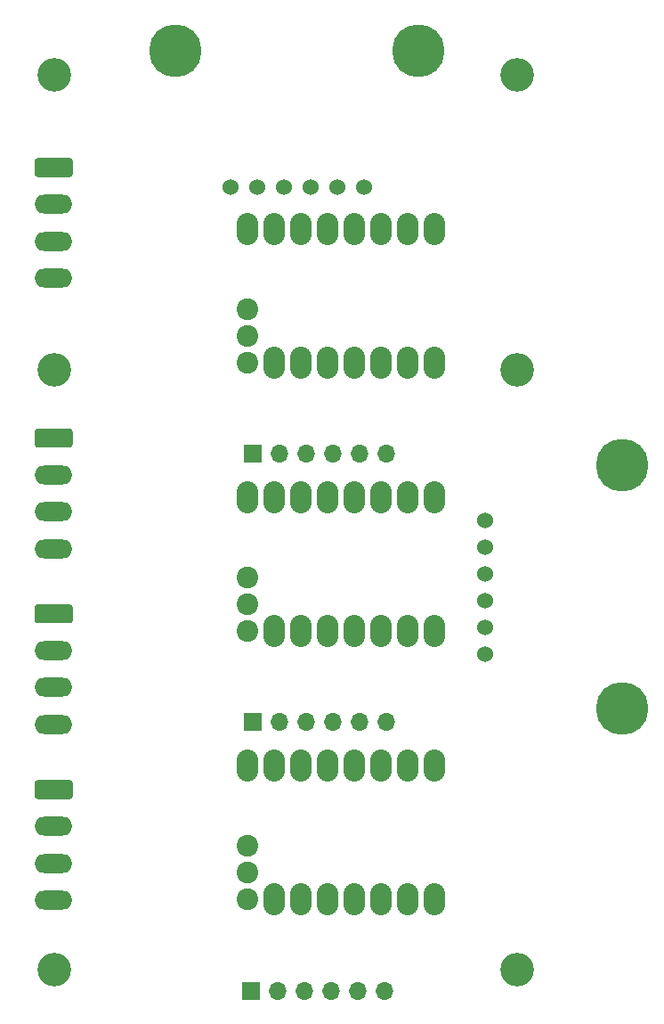
<source format=gbr>
G04 #@! TF.GenerationSoftware,KiCad,Pcbnew,(5.99.0-1438-g3759799d1)*
G04 #@! TF.CreationDate,2020-05-11T10:33:08+02:00*
G04 #@! TF.ProjectId,Uni_stick,556e695f-7374-4696-936b-2e6b69636164,rev?*
G04 #@! TF.SameCoordinates,Original*
G04 #@! TF.FileFunction,Soldermask,Bot*
G04 #@! TF.FilePolarity,Negative*
%FSLAX46Y46*%
G04 Gerber Fmt 4.6, Leading zero omitted, Abs format (unit mm)*
G04 Created by KiCad (PCBNEW (5.99.0-1438-g3759799d1)) date 2020-05-11 10:33:08*
%MOMM*%
%LPD*%
G01*
G04 APERTURE LIST*
%ADD10O,3.600000X1.800000*%
%ADD11C,2.057400*%
%ADD12O,2.032000X3.048000*%
%ADD13C,5.000000*%
%ADD14C,1.524000*%
%ADD15C,3.200000*%
%ADD16O,1.700000X1.700000*%
%ADD17R,1.700000X1.700000*%
G04 APERTURE END LIST*
D10*
X97900000Y-61300000D03*
X97900000Y-57800000D03*
X97900000Y-54300000D03*
G36*
G01*
X96350000Y-49900000D02*
X99450000Y-49900000D01*
G75*
G02*
X99700000Y-50150000I0J-250000D01*
G01*
X99700000Y-51450000D01*
G75*
G02*
X99450000Y-51700000I-250000J0D01*
G01*
X96350000Y-51700000D01*
G75*
G02*
X96100000Y-51450000I0J250000D01*
G01*
X96100000Y-50150000D01*
G75*
G02*
X96350000Y-49900000I250000J0D01*
G01*
G37*
X97900000Y-87000000D03*
X97900000Y-83500000D03*
X97900000Y-80000000D03*
G36*
G01*
X96350000Y-75600000D02*
X99450000Y-75600000D01*
G75*
G02*
X99700000Y-75850000I0J-250000D01*
G01*
X99700000Y-77150000D01*
G75*
G02*
X99450000Y-77400000I-250000J0D01*
G01*
X96350000Y-77400000D01*
G75*
G02*
X96100000Y-77150000I0J250000D01*
G01*
X96100000Y-75850000D01*
G75*
G02*
X96350000Y-75600000I250000J0D01*
G01*
G37*
X97900000Y-103700000D03*
X97900000Y-100200000D03*
X97900000Y-96700000D03*
G36*
G01*
X96350000Y-92300000D02*
X99450000Y-92300000D01*
G75*
G02*
X99700000Y-92550000I0J-250000D01*
G01*
X99700000Y-93850000D01*
G75*
G02*
X99450000Y-94100000I-250000J0D01*
G01*
X96350000Y-94100000D01*
G75*
G02*
X96100000Y-93850000I0J250000D01*
G01*
X96100000Y-92550000D01*
G75*
G02*
X96350000Y-92300000I250000J0D01*
G01*
G37*
X97900000Y-120400000D03*
X97900000Y-116900000D03*
X97900000Y-113400000D03*
G36*
G01*
X96350000Y-109000000D02*
X99450000Y-109000000D01*
G75*
G02*
X99700000Y-109250000I0J-250000D01*
G01*
X99700000Y-110550000D01*
G75*
G02*
X99450000Y-110800000I-250000J0D01*
G01*
X96350000Y-110800000D01*
G75*
G02*
X96100000Y-110550000I0J250000D01*
G01*
X96100000Y-109250000D01*
G75*
G02*
X96350000Y-109000000I250000J0D01*
G01*
G37*
D11*
X116310000Y-115270000D03*
X116310000Y-117810000D03*
D12*
X134090000Y-120350000D03*
X131550000Y-120350000D03*
X129010000Y-120350000D03*
X126470000Y-120350000D03*
X123930000Y-120350000D03*
X121390000Y-120350000D03*
X118850000Y-120350000D03*
D11*
X116310000Y-120350000D03*
D12*
X116310000Y-107650000D03*
X118850000Y-107650000D03*
X121390000Y-107650000D03*
X123930000Y-107650000D03*
X126470000Y-107650000D03*
X129010000Y-107650000D03*
X131550000Y-107650000D03*
X134090000Y-107650000D03*
D11*
X116310000Y-64270000D03*
X116310000Y-66810000D03*
D12*
X134090000Y-69350000D03*
X131550000Y-69350000D03*
X129010000Y-69350000D03*
X126470000Y-69350000D03*
X123930000Y-69350000D03*
X121390000Y-69350000D03*
X118850000Y-69350000D03*
D11*
X116310000Y-69350000D03*
D12*
X116310000Y-56650000D03*
X118850000Y-56650000D03*
X121390000Y-56650000D03*
X123930000Y-56650000D03*
X126470000Y-56650000D03*
X129010000Y-56650000D03*
X131550000Y-56650000D03*
X134090000Y-56650000D03*
D11*
X116310000Y-89770000D03*
X116310000Y-92310000D03*
D12*
X134090000Y-94850000D03*
X131550000Y-94850000D03*
X129010000Y-94850000D03*
X126470000Y-94850000D03*
X123930000Y-94850000D03*
X121390000Y-94850000D03*
X118850000Y-94850000D03*
D11*
X116310000Y-94850000D03*
D12*
X116310000Y-82150000D03*
X118850000Y-82150000D03*
X121390000Y-82150000D03*
X123930000Y-82150000D03*
X126470000Y-82150000D03*
X129010000Y-82150000D03*
X131550000Y-82150000D03*
X134090000Y-82150000D03*
D13*
X151950000Y-79095000D03*
X151950000Y-102205000D03*
D14*
X138950000Y-84300000D03*
X138950000Y-86840000D03*
X138950000Y-89380000D03*
X138950000Y-91920000D03*
X138950000Y-94460000D03*
X138950000Y-97000000D03*
D15*
X142000000Y-70000000D03*
D16*
X129500000Y-78000000D03*
X126960000Y-78000000D03*
X124420000Y-78000000D03*
X121880000Y-78000000D03*
X119340000Y-78000000D03*
D17*
X116800000Y-78000000D03*
D16*
X129500000Y-103500000D03*
X126960000Y-103500000D03*
X124420000Y-103500000D03*
X121880000Y-103500000D03*
X119340000Y-103500000D03*
D17*
X116800000Y-103500000D03*
D16*
X129400000Y-129000000D03*
X126860000Y-129000000D03*
X124320000Y-129000000D03*
X121780000Y-129000000D03*
X119240000Y-129000000D03*
D17*
X116700000Y-129000000D03*
D13*
X109495000Y-39700000D03*
X132605000Y-39700000D03*
D14*
X114700000Y-52700000D03*
X117240000Y-52700000D03*
X119780000Y-52700000D03*
X122320000Y-52700000D03*
X124860000Y-52700000D03*
X127400000Y-52700000D03*
D15*
X98000000Y-70000000D03*
X142000000Y-42000000D03*
X142000000Y-127000000D03*
X98000000Y-127000000D03*
X98000000Y-42000000D03*
M02*

</source>
